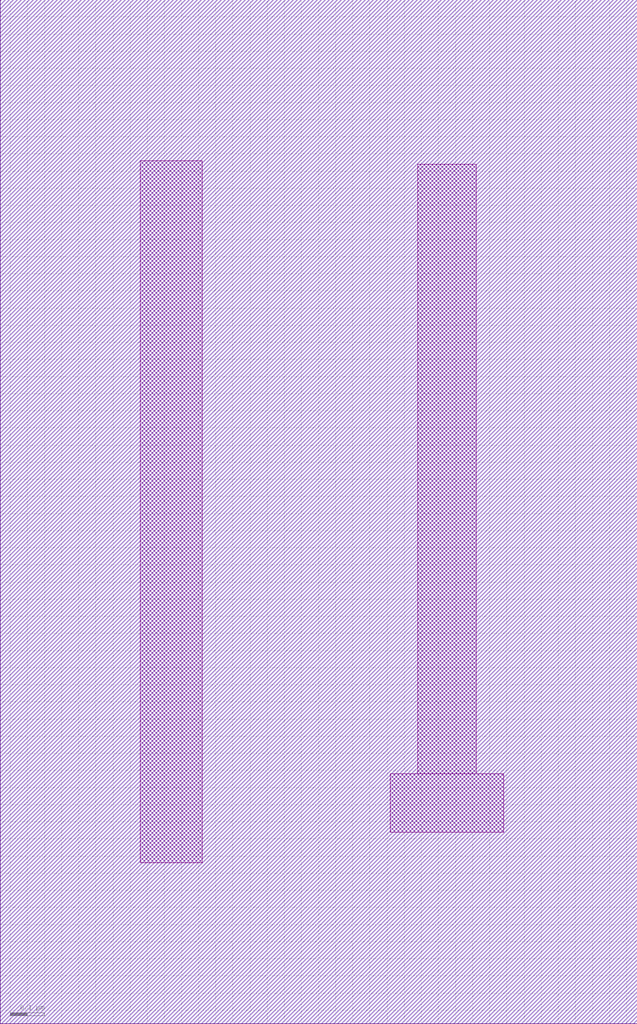
<source format=lef>
VERSION 5.7 ;
  NOWIREEXTENSIONATPIN ON ;
  DIVIDERCHAR "/" ;
  BUSBITCHARS "[]" ;
UNITS
  DATABASE MICRONS 200 ;
END UNITS

LAYER via2
  TYPE CUT ;
END via2

LAYER via
  TYPE CUT ;
END via

LAYER nwell
  TYPE MASTERSLICE ;
END nwell

LAYER via3
  TYPE CUT ;
END via3

LAYER pwell
  TYPE MASTERSLICE ;
END pwell

LAYER via4
  TYPE CUT ;
END via4

LAYER mcon
  TYPE CUT ;
END mcon

LAYER met6
  TYPE ROUTING ;
  WIDTH 0.030000 ;
  SPACING 0.040000 ;
  DIRECTION HORIZONTAL ;
END met6

LAYER met1
  TYPE ROUTING ;
  WIDTH 0.140000 ;
  SPACING 0.140000 ;
  DIRECTION HORIZONTAL ;
END met1

LAYER met3
  TYPE ROUTING ;
  WIDTH 0.300000 ;
  SPACING 0.300000 ;
  DIRECTION HORIZONTAL ;
END met3

LAYER met2
  TYPE ROUTING ;
  WIDTH 0.140000 ;
  SPACING 0.140000 ;
  DIRECTION HORIZONTAL ;
END met2

LAYER met4
  TYPE ROUTING ;
  WIDTH 0.300000 ;
  SPACING 0.300000 ;
  DIRECTION HORIZONTAL ;
END met4

LAYER met5
  TYPE ROUTING ;
  WIDTH 1.600000 ;
  SPACING 1.600000 ;
  DIRECTION HORIZONTAL ;
END met5

LAYER li1
  TYPE ROUTING ;
  WIDTH 0.170000 ;
  SPACING 0.170000 ;
  DIRECTION HORIZONTAL ;
END li1

MACRO sky130_hilas_ptransistorvert01
  CLASS BLOCK ;
  FOREIGN sky130_hilas_ptransistorvert01 ;
  ORIGIN 3.630 4.440 ;
  SIZE 1.860 BY 2.990 ;
  OBS
      LAYER nwell ;
        RECT -3.630 -4.440 -1.770 -1.450 ;
      LAYER li1 ;
        RECT -3.220 -3.970 -3.040 -1.920 ;
        RECT -2.410 -3.710 -2.240 -1.930 ;
        RECT -2.490 -3.880 -2.160 -3.710 ;
  END
END sky130_hilas_ptransistorvert01
END LIBRARY


</source>
